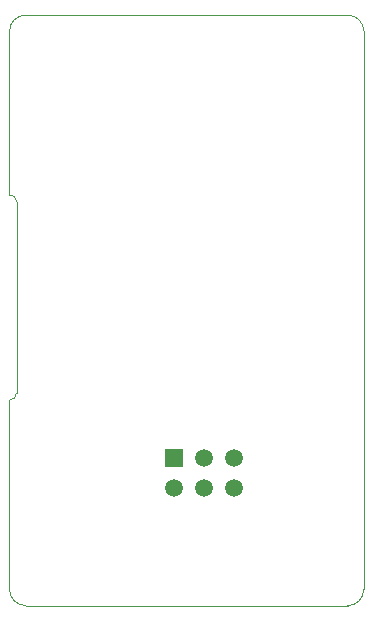
<source format=gbp>
G04 Layer_Color=128*
%FSLAX42Y42*%
%MOMM*%
G71*
G01*
G75*
%ADD35R,1.50X1.50*%
%ADD42C,0.10*%
%ADD43C,1.50*%
D35*
X1396Y1247D02*
D03*
D42*
X137Y5000D02*
G03*
X0Y4863I0J-137D01*
G01*
X3000D02*
G03*
X2863Y5000I-137J0D01*
G01*
X2863Y0D02*
G03*
X3000Y137I0J137D01*
G01*
X0Y137D02*
G03*
X137Y0I137J0D01*
G01*
X0Y1740D02*
G03*
X60Y1800I0J60D01*
G01*
Y3420D02*
G03*
X0Y3480I-60J0D01*
G01*
X137Y5000D02*
X2863D01*
X3000Y137D02*
Y4863D01*
X137Y0D02*
X2863D01*
X60Y1800D02*
Y3420D01*
X0Y3480D02*
Y4863D01*
Y137D02*
Y1740D01*
D43*
X1904Y993D02*
D03*
Y1247D02*
D03*
X1650Y993D02*
D03*
X1650Y1247D02*
D03*
X1396Y993D02*
D03*
M02*

</source>
